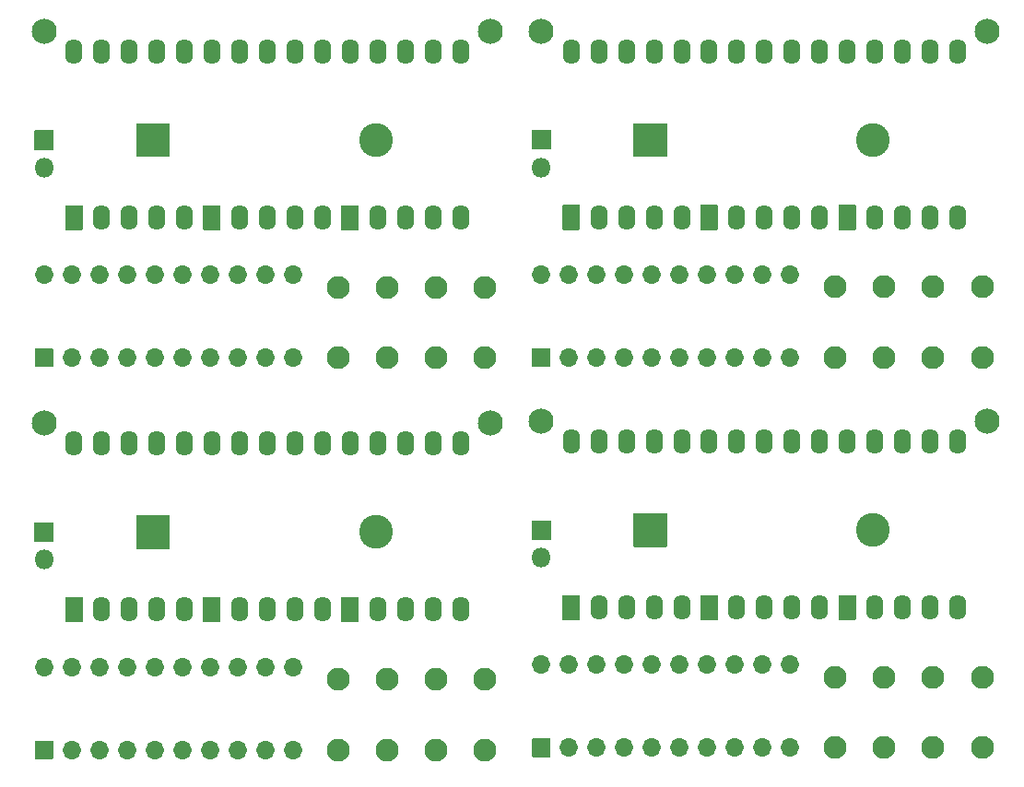
<source format=gbr>
G04 #@! TF.GenerationSoftware,KiCad,Pcbnew,(5.1.9)-1*
G04 #@! TF.CreationDate,2021-06-20T07:06:55+07:00*
G04 #@! TF.ProjectId,tally,74616c6c-792e-46b6-9963-61645f706362,rev?*
G04 #@! TF.SameCoordinates,Original*
G04 #@! TF.FileFunction,Soldermask,Top*
G04 #@! TF.FilePolarity,Negative*
%FSLAX46Y46*%
G04 Gerber Fmt 4.6, Leading zero omitted, Abs format (unit mm)*
G04 Created by KiCad (PCBNEW (5.1.9)-1) date 2021-06-20 07:06:55*
%MOMM*%
%LPD*%
G01*
G04 APERTURE LIST*
%ADD10C,2.302000*%
%ADD11O,1.603140X2.301640*%
%ADD12C,2.102000*%
%ADD13O,1.802000X1.802000*%
%ADD14C,3.102000*%
%ADD15O,1.702000X1.702000*%
G04 APERTURE END LIST*
D10*
X159325000Y-66025000D03*
X200325000Y-66025000D03*
G36*
G01*
X175495570Y-84295820D02*
X173994430Y-84295820D01*
G75*
G02*
X173943430Y-84244820I0J51000D01*
G01*
X173943430Y-82045180D01*
G75*
G02*
X173994430Y-81994180I51000J0D01*
G01*
X175495570Y-81994180D01*
G75*
G02*
X175546570Y-82045180I0J-51000D01*
G01*
X175546570Y-84244820D01*
G75*
G02*
X175495570Y-84295820I-51000J0D01*
G01*
G37*
D11*
X177285000Y-83145000D03*
X179825000Y-83145000D03*
X182365000Y-83145000D03*
X184905000Y-83145000D03*
X184905000Y-67905000D03*
X182365000Y-67905000D03*
X179825000Y-67905000D03*
X177285000Y-67905000D03*
X174745000Y-67905000D03*
D12*
X186325000Y-89525000D03*
X190825000Y-89525000D03*
X186325000Y-96025000D03*
X190825000Y-96025000D03*
X199825000Y-96025000D03*
X195325000Y-96025000D03*
X199825000Y-89525000D03*
X195325000Y-89525000D03*
D13*
X159325000Y-78565000D03*
G36*
G01*
X158424000Y-76875000D02*
X158424000Y-75175000D01*
G75*
G02*
X158475000Y-75124000I51000J0D01*
G01*
X160175000Y-75124000D01*
G75*
G02*
X160226000Y-75175000I0J-51000D01*
G01*
X160226000Y-76875000D01*
G75*
G02*
X160175000Y-76926000I-51000J0D01*
G01*
X158475000Y-76926000D01*
G75*
G02*
X158424000Y-76875000I0J51000D01*
G01*
G37*
G36*
G01*
X167774000Y-77525000D02*
X167774000Y-74525000D01*
G75*
G02*
X167825000Y-74474000I51000J0D01*
G01*
X170825000Y-74474000D01*
G75*
G02*
X170876000Y-74525000I0J-51000D01*
G01*
X170876000Y-77525000D01*
G75*
G02*
X170825000Y-77576000I-51000J0D01*
G01*
X167825000Y-77576000D01*
G75*
G02*
X167774000Y-77525000I0J51000D01*
G01*
G37*
D14*
X189815000Y-76025000D03*
D15*
X159325000Y-88405000D03*
X182185000Y-96025000D03*
X161865000Y-88405000D03*
X179645000Y-96025000D03*
X164405000Y-88405000D03*
X177105000Y-96025000D03*
X166945000Y-88405000D03*
X174565000Y-96025000D03*
X169485000Y-88405000D03*
X172025000Y-96025000D03*
X172025000Y-88405000D03*
X169485000Y-96025000D03*
X174565000Y-88405000D03*
X166945000Y-96025000D03*
X177105000Y-88405000D03*
X164405000Y-96025000D03*
X179645000Y-88405000D03*
X161865000Y-96025000D03*
X182185000Y-88405000D03*
G36*
G01*
X160125000Y-96876000D02*
X158525000Y-96876000D01*
G75*
G02*
X158474000Y-96825000I0J51000D01*
G01*
X158474000Y-95225000D01*
G75*
G02*
X158525000Y-95174000I51000J0D01*
G01*
X160125000Y-95174000D01*
G75*
G02*
X160176000Y-95225000I0J-51000D01*
G01*
X160176000Y-96825000D01*
G75*
G02*
X160125000Y-96876000I-51000J0D01*
G01*
G37*
D11*
X187425000Y-67905000D03*
X189965000Y-67905000D03*
X192505000Y-67905000D03*
X195045000Y-67905000D03*
X197585000Y-67905000D03*
X197585000Y-83145000D03*
X195045000Y-83145000D03*
X192505000Y-83145000D03*
X189965000Y-83145000D03*
G36*
G01*
X188175570Y-84295820D02*
X186674430Y-84295820D01*
G75*
G02*
X186623430Y-84244820I0J51000D01*
G01*
X186623430Y-82045180D01*
G75*
G02*
X186674430Y-81994180I51000J0D01*
G01*
X188175570Y-81994180D01*
G75*
G02*
X188226570Y-82045180I0J-51000D01*
G01*
X188226570Y-84244820D01*
G75*
G02*
X188175570Y-84295820I-51000J0D01*
G01*
G37*
X162065000Y-67905000D03*
X164605000Y-67905000D03*
X167145000Y-67905000D03*
X169685000Y-67905000D03*
X172225000Y-67905000D03*
X172225000Y-83145000D03*
X169685000Y-83145000D03*
X167145000Y-83145000D03*
X164605000Y-83145000D03*
G36*
G01*
X162815570Y-84295820D02*
X161314430Y-84295820D01*
G75*
G02*
X161263430Y-84244820I0J51000D01*
G01*
X161263430Y-82045180D01*
G75*
G02*
X161314430Y-81994180I51000J0D01*
G01*
X162815570Y-81994180D01*
G75*
G02*
X162866570Y-82045180I0J-51000D01*
G01*
X162866570Y-84244820D01*
G75*
G02*
X162815570Y-84295820I-51000J0D01*
G01*
G37*
D10*
X159325000Y-30025000D03*
X200325000Y-30025000D03*
G36*
G01*
X175495570Y-48295820D02*
X173994430Y-48295820D01*
G75*
G02*
X173943430Y-48244820I0J51000D01*
G01*
X173943430Y-46045180D01*
G75*
G02*
X173994430Y-45994180I51000J0D01*
G01*
X175495570Y-45994180D01*
G75*
G02*
X175546570Y-46045180I0J-51000D01*
G01*
X175546570Y-48244820D01*
G75*
G02*
X175495570Y-48295820I-51000J0D01*
G01*
G37*
D11*
X177285000Y-47145000D03*
X179825000Y-47145000D03*
X182365000Y-47145000D03*
X184905000Y-47145000D03*
X184905000Y-31905000D03*
X182365000Y-31905000D03*
X179825000Y-31905000D03*
X177285000Y-31905000D03*
X174745000Y-31905000D03*
D12*
X186325000Y-53525000D03*
X190825000Y-53525000D03*
X186325000Y-60025000D03*
X190825000Y-60025000D03*
X199825000Y-60025000D03*
X195325000Y-60025000D03*
X199825000Y-53525000D03*
X195325000Y-53525000D03*
D13*
X159325000Y-42565000D03*
G36*
G01*
X158424000Y-40875000D02*
X158424000Y-39175000D01*
G75*
G02*
X158475000Y-39124000I51000J0D01*
G01*
X160175000Y-39124000D01*
G75*
G02*
X160226000Y-39175000I0J-51000D01*
G01*
X160226000Y-40875000D01*
G75*
G02*
X160175000Y-40926000I-51000J0D01*
G01*
X158475000Y-40926000D01*
G75*
G02*
X158424000Y-40875000I0J51000D01*
G01*
G37*
G36*
G01*
X167774000Y-41525000D02*
X167774000Y-38525000D01*
G75*
G02*
X167825000Y-38474000I51000J0D01*
G01*
X170825000Y-38474000D01*
G75*
G02*
X170876000Y-38525000I0J-51000D01*
G01*
X170876000Y-41525000D01*
G75*
G02*
X170825000Y-41576000I-51000J0D01*
G01*
X167825000Y-41576000D01*
G75*
G02*
X167774000Y-41525000I0J51000D01*
G01*
G37*
D14*
X189815000Y-40025000D03*
D15*
X159325000Y-52405000D03*
X182185000Y-60025000D03*
X161865000Y-52405000D03*
X179645000Y-60025000D03*
X164405000Y-52405000D03*
X177105000Y-60025000D03*
X166945000Y-52405000D03*
X174565000Y-60025000D03*
X169485000Y-52405000D03*
X172025000Y-60025000D03*
X172025000Y-52405000D03*
X169485000Y-60025000D03*
X174565000Y-52405000D03*
X166945000Y-60025000D03*
X177105000Y-52405000D03*
X164405000Y-60025000D03*
X179645000Y-52405000D03*
X161865000Y-60025000D03*
X182185000Y-52405000D03*
G36*
G01*
X160125000Y-60876000D02*
X158525000Y-60876000D01*
G75*
G02*
X158474000Y-60825000I0J51000D01*
G01*
X158474000Y-59225000D01*
G75*
G02*
X158525000Y-59174000I51000J0D01*
G01*
X160125000Y-59174000D01*
G75*
G02*
X160176000Y-59225000I0J-51000D01*
G01*
X160176000Y-60825000D01*
G75*
G02*
X160125000Y-60876000I-51000J0D01*
G01*
G37*
D11*
X187425000Y-31905000D03*
X189965000Y-31905000D03*
X192505000Y-31905000D03*
X195045000Y-31905000D03*
X197585000Y-31905000D03*
X197585000Y-47145000D03*
X195045000Y-47145000D03*
X192505000Y-47145000D03*
X189965000Y-47145000D03*
G36*
G01*
X188175570Y-48295820D02*
X186674430Y-48295820D01*
G75*
G02*
X186623430Y-48244820I0J51000D01*
G01*
X186623430Y-46045180D01*
G75*
G02*
X186674430Y-45994180I51000J0D01*
G01*
X188175570Y-45994180D01*
G75*
G02*
X188226570Y-46045180I0J-51000D01*
G01*
X188226570Y-48244820D01*
G75*
G02*
X188175570Y-48295820I-51000J0D01*
G01*
G37*
X162065000Y-31905000D03*
X164605000Y-31905000D03*
X167145000Y-31905000D03*
X169685000Y-31905000D03*
X172225000Y-31905000D03*
X172225000Y-47145000D03*
X169685000Y-47145000D03*
X167145000Y-47145000D03*
X164605000Y-47145000D03*
G36*
G01*
X162815570Y-48295820D02*
X161314430Y-48295820D01*
G75*
G02*
X161263430Y-48244820I0J51000D01*
G01*
X161263430Y-46045180D01*
G75*
G02*
X161314430Y-45994180I51000J0D01*
G01*
X162815570Y-45994180D01*
G75*
G02*
X162866570Y-46045180I0J-51000D01*
G01*
X162866570Y-48244820D01*
G75*
G02*
X162815570Y-48295820I-51000J0D01*
G01*
G37*
D10*
X205000000Y-65850000D03*
X246000000Y-65850000D03*
G36*
G01*
X221170570Y-84120820D02*
X219669430Y-84120820D01*
G75*
G02*
X219618430Y-84069820I0J51000D01*
G01*
X219618430Y-81870180D01*
G75*
G02*
X219669430Y-81819180I51000J0D01*
G01*
X221170570Y-81819180D01*
G75*
G02*
X221221570Y-81870180I0J-51000D01*
G01*
X221221570Y-84069820D01*
G75*
G02*
X221170570Y-84120820I-51000J0D01*
G01*
G37*
D11*
X222960000Y-82970000D03*
X225500000Y-82970000D03*
X228040000Y-82970000D03*
X230580000Y-82970000D03*
X230580000Y-67730000D03*
X228040000Y-67730000D03*
X225500000Y-67730000D03*
X222960000Y-67730000D03*
X220420000Y-67730000D03*
D12*
X232000000Y-89350000D03*
X236500000Y-89350000D03*
X232000000Y-95850000D03*
X236500000Y-95850000D03*
X245500000Y-95850000D03*
X241000000Y-95850000D03*
X245500000Y-89350000D03*
X241000000Y-89350000D03*
D13*
X205000000Y-78390000D03*
G36*
G01*
X204099000Y-76700000D02*
X204099000Y-75000000D01*
G75*
G02*
X204150000Y-74949000I51000J0D01*
G01*
X205850000Y-74949000D01*
G75*
G02*
X205901000Y-75000000I0J-51000D01*
G01*
X205901000Y-76700000D01*
G75*
G02*
X205850000Y-76751000I-51000J0D01*
G01*
X204150000Y-76751000D01*
G75*
G02*
X204099000Y-76700000I0J51000D01*
G01*
G37*
G36*
G01*
X213449000Y-77350000D02*
X213449000Y-74350000D01*
G75*
G02*
X213500000Y-74299000I51000J0D01*
G01*
X216500000Y-74299000D01*
G75*
G02*
X216551000Y-74350000I0J-51000D01*
G01*
X216551000Y-77350000D01*
G75*
G02*
X216500000Y-77401000I-51000J0D01*
G01*
X213500000Y-77401000D01*
G75*
G02*
X213449000Y-77350000I0J51000D01*
G01*
G37*
D14*
X235490000Y-75850000D03*
D15*
X205000000Y-88230000D03*
X227860000Y-95850000D03*
X207540000Y-88230000D03*
X225320000Y-95850000D03*
X210080000Y-88230000D03*
X222780000Y-95850000D03*
X212620000Y-88230000D03*
X220240000Y-95850000D03*
X215160000Y-88230000D03*
X217700000Y-95850000D03*
X217700000Y-88230000D03*
X215160000Y-95850000D03*
X220240000Y-88230000D03*
X212620000Y-95850000D03*
X222780000Y-88230000D03*
X210080000Y-95850000D03*
X225320000Y-88230000D03*
X207540000Y-95850000D03*
X227860000Y-88230000D03*
G36*
G01*
X205800000Y-96701000D02*
X204200000Y-96701000D01*
G75*
G02*
X204149000Y-96650000I0J51000D01*
G01*
X204149000Y-95050000D01*
G75*
G02*
X204200000Y-94999000I51000J0D01*
G01*
X205800000Y-94999000D01*
G75*
G02*
X205851000Y-95050000I0J-51000D01*
G01*
X205851000Y-96650000D01*
G75*
G02*
X205800000Y-96701000I-51000J0D01*
G01*
G37*
D11*
X233100000Y-67730000D03*
X235640000Y-67730000D03*
X238180000Y-67730000D03*
X240720000Y-67730000D03*
X243260000Y-67730000D03*
X243260000Y-82970000D03*
X240720000Y-82970000D03*
X238180000Y-82970000D03*
X235640000Y-82970000D03*
G36*
G01*
X233850570Y-84120820D02*
X232349430Y-84120820D01*
G75*
G02*
X232298430Y-84069820I0J51000D01*
G01*
X232298430Y-81870180D01*
G75*
G02*
X232349430Y-81819180I51000J0D01*
G01*
X233850570Y-81819180D01*
G75*
G02*
X233901570Y-81870180I0J-51000D01*
G01*
X233901570Y-84069820D01*
G75*
G02*
X233850570Y-84120820I-51000J0D01*
G01*
G37*
X207740000Y-67730000D03*
X210280000Y-67730000D03*
X212820000Y-67730000D03*
X215360000Y-67730000D03*
X217900000Y-67730000D03*
X217900000Y-82970000D03*
X215360000Y-82970000D03*
X212820000Y-82970000D03*
X210280000Y-82970000D03*
G36*
G01*
X208490570Y-84120820D02*
X206989430Y-84120820D01*
G75*
G02*
X206938430Y-84069820I0J51000D01*
G01*
X206938430Y-81870180D01*
G75*
G02*
X206989430Y-81819180I51000J0D01*
G01*
X208490570Y-81819180D01*
G75*
G02*
X208541570Y-81870180I0J-51000D01*
G01*
X208541570Y-84069820D01*
G75*
G02*
X208490570Y-84120820I-51000J0D01*
G01*
G37*
D10*
X205000000Y-30000000D03*
X246000000Y-30000000D03*
D14*
X235490000Y-40000000D03*
G36*
G01*
X213449000Y-41500000D02*
X213449000Y-38500000D01*
G75*
G02*
X213500000Y-38449000I51000J0D01*
G01*
X216500000Y-38449000D01*
G75*
G02*
X216551000Y-38500000I0J-51000D01*
G01*
X216551000Y-41500000D01*
G75*
G02*
X216500000Y-41551000I-51000J0D01*
G01*
X213500000Y-41551000D01*
G75*
G02*
X213449000Y-41500000I0J51000D01*
G01*
G37*
G36*
G01*
X204099000Y-40850000D02*
X204099000Y-39150000D01*
G75*
G02*
X204150000Y-39099000I51000J0D01*
G01*
X205850000Y-39099000D01*
G75*
G02*
X205901000Y-39150000I0J-51000D01*
G01*
X205901000Y-40850000D01*
G75*
G02*
X205850000Y-40901000I-51000J0D01*
G01*
X204150000Y-40901000D01*
G75*
G02*
X204099000Y-40850000I0J51000D01*
G01*
G37*
D13*
X205000000Y-42540000D03*
D12*
X241000000Y-53500000D03*
X245500000Y-53500000D03*
X241000000Y-60000000D03*
X245500000Y-60000000D03*
X236500000Y-60000000D03*
X232000000Y-60000000D03*
X236500000Y-53500000D03*
X232000000Y-53500000D03*
G36*
G01*
X205800000Y-60851000D02*
X204200000Y-60851000D01*
G75*
G02*
X204149000Y-60800000I0J51000D01*
G01*
X204149000Y-59200000D01*
G75*
G02*
X204200000Y-59149000I51000J0D01*
G01*
X205800000Y-59149000D01*
G75*
G02*
X205851000Y-59200000I0J-51000D01*
G01*
X205851000Y-60800000D01*
G75*
G02*
X205800000Y-60851000I-51000J0D01*
G01*
G37*
D15*
X227860000Y-52380000D03*
X207540000Y-60000000D03*
X225320000Y-52380000D03*
X210080000Y-60000000D03*
X222780000Y-52380000D03*
X212620000Y-60000000D03*
X220240000Y-52380000D03*
X215160000Y-60000000D03*
X217700000Y-52380000D03*
X217700000Y-60000000D03*
X215160000Y-52380000D03*
X220240000Y-60000000D03*
X212620000Y-52380000D03*
X222780000Y-60000000D03*
X210080000Y-52380000D03*
X225320000Y-60000000D03*
X207540000Y-52380000D03*
X227860000Y-60000000D03*
X205000000Y-52380000D03*
G36*
G01*
X233850570Y-48270820D02*
X232349430Y-48270820D01*
G75*
G02*
X232298430Y-48219820I0J51000D01*
G01*
X232298430Y-46020180D01*
G75*
G02*
X232349430Y-45969180I51000J0D01*
G01*
X233850570Y-45969180D01*
G75*
G02*
X233901570Y-46020180I0J-51000D01*
G01*
X233901570Y-48219820D01*
G75*
G02*
X233850570Y-48270820I-51000J0D01*
G01*
G37*
D11*
X235640000Y-47120000D03*
X238180000Y-47120000D03*
X240720000Y-47120000D03*
X243260000Y-47120000D03*
X243260000Y-31880000D03*
X240720000Y-31880000D03*
X238180000Y-31880000D03*
X235640000Y-31880000D03*
X233100000Y-31880000D03*
X220420000Y-31880000D03*
X222960000Y-31880000D03*
X225500000Y-31880000D03*
X228040000Y-31880000D03*
X230580000Y-31880000D03*
X230580000Y-47120000D03*
X228040000Y-47120000D03*
X225500000Y-47120000D03*
X222960000Y-47120000D03*
G36*
G01*
X221170570Y-48270820D02*
X219669430Y-48270820D01*
G75*
G02*
X219618430Y-48219820I0J51000D01*
G01*
X219618430Y-46020180D01*
G75*
G02*
X219669430Y-45969180I51000J0D01*
G01*
X221170570Y-45969180D01*
G75*
G02*
X221221570Y-46020180I0J-51000D01*
G01*
X221221570Y-48219820D01*
G75*
G02*
X221170570Y-48270820I-51000J0D01*
G01*
G37*
G36*
G01*
X208490570Y-48270820D02*
X206989430Y-48270820D01*
G75*
G02*
X206938430Y-48219820I0J51000D01*
G01*
X206938430Y-46020180D01*
G75*
G02*
X206989430Y-45969180I51000J0D01*
G01*
X208490570Y-45969180D01*
G75*
G02*
X208541570Y-46020180I0J-51000D01*
G01*
X208541570Y-48219820D01*
G75*
G02*
X208490570Y-48270820I-51000J0D01*
G01*
G37*
X210280000Y-47120000D03*
X212820000Y-47120000D03*
X215360000Y-47120000D03*
X217900000Y-47120000D03*
X217900000Y-31880000D03*
X215360000Y-31880000D03*
X212820000Y-31880000D03*
X210280000Y-31880000D03*
X207740000Y-31880000D03*
M02*

</source>
